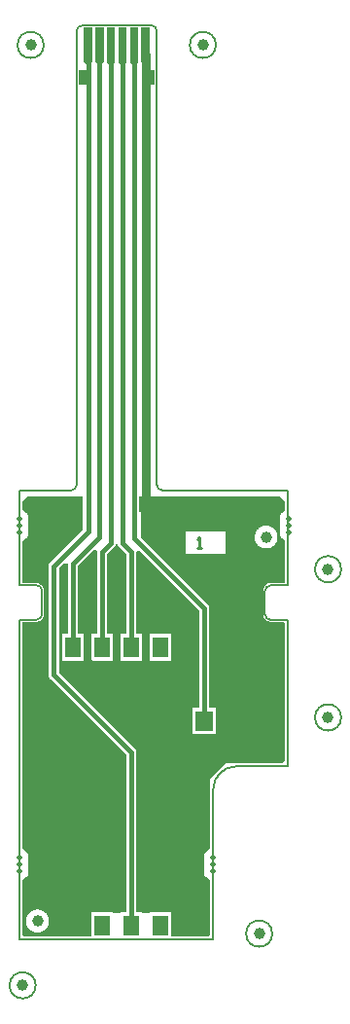
<source format=gtl>
G04 Layer_Physical_Order=1*
G04 Layer_Color=255*
%FSLAX44Y44*%
%MOMM*%
G71*
G01*
G75*
%ADD10C,0.2000*%
%ADD11R,1.5999X1.8001*%
%ADD12R,1.4001X1.8001*%
%ADD13C,1.0000*%
%ADD14R,0.7000X3.0000*%
%ADD15C,0.4000*%
%ADD16C,0.1999*%
%ADD17C,0.8000*%
%ADD18C,0.2500*%
%ADD19C,0.5000*%
%ADD20C,0.6500*%
G36*
X-21502Y763000D02*
X-23501Y761001D01*
Y738001D01*
X-26501D01*
Y743000D01*
X-33001D01*
Y756002D01*
X-26501D01*
Y761001D01*
X-28500Y763000D01*
Y793002D01*
X-21502D01*
Y763000D01*
D02*
G37*
G36*
X-11502D02*
X-13501Y761001D01*
Y738001D01*
X-16501D01*
Y761001D01*
X-18500Y763000D01*
Y793002D01*
X-11502D01*
Y763000D01*
D02*
G37*
G36*
X-29588Y356401D02*
X-58244Y327745D01*
X-59239Y326256D01*
X-59588Y324500D01*
Y230500D01*
X-59239Y228744D01*
X-58244Y227256D01*
X8012Y161000D01*
Y23500D01*
X3200D01*
Y23000D01*
X-3200D01*
Y23500D01*
X-22200D01*
Y3000D01*
X-80500D01*
X-82000Y4500D01*
Y51445D01*
X-78694Y53925D01*
X-78510Y54129D01*
X-78282Y54282D01*
X-78014Y54683D01*
X-77692Y55042D01*
X-77601Y55301D01*
X-77449Y55529D01*
X-77355Y56002D01*
X-77195Y56456D01*
X-77210Y56731D01*
X-77156Y57000D01*
Y73000D01*
X-77210Y73269D01*
X-77195Y73544D01*
X-77355Y73998D01*
X-77449Y74471D01*
X-77601Y74699D01*
X-77692Y74958D01*
X-78014Y75317D01*
X-78282Y75718D01*
X-78510Y75871D01*
X-78694Y76075D01*
X-82000Y78555D01*
X-82000Y276373D01*
X-69005D01*
X-68706Y276496D01*
X-68383D01*
X-66544Y277258D01*
X-66316Y277486D01*
X-66017Y277610D01*
X-64610Y279018D01*
X-64486Y279316D01*
X-64258Y279544D01*
X-63496Y281383D01*
Y281706D01*
X-63373Y282005D01*
Y303995D01*
X-63496Y304294D01*
Y304617D01*
X-64258Y306456D01*
X-64486Y306684D01*
X-64610Y306982D01*
X-66017Y308390D01*
X-66316Y308514D01*
X-66544Y308742D01*
X-68383Y309504D01*
X-68706D01*
X-68749Y309521D01*
X-68864Y309583D01*
X-68909Y309588D01*
X-69005Y309627D01*
X-69313D01*
X-69840Y309679D01*
X-69924Y309654D01*
X-70006Y309687D01*
X-81100Y309640D01*
X-82000Y310536D01*
X-82000Y346445D01*
X-78694Y348925D01*
X-78510Y349129D01*
X-78282Y349282D01*
X-78014Y349683D01*
X-77692Y350042D01*
X-77601Y350301D01*
X-77449Y350529D01*
X-77355Y351002D01*
X-77195Y351456D01*
X-77210Y351731D01*
X-77156Y352000D01*
Y368000D01*
X-77210Y368269D01*
X-77195Y368544D01*
X-77355Y368998D01*
X-77449Y369471D01*
X-77601Y369699D01*
X-77692Y369958D01*
X-78014Y370317D01*
X-78282Y370718D01*
X-78510Y370871D01*
X-78694Y371075D01*
X-82000Y373555D01*
Y381000D01*
X-78000Y385000D01*
X-29588D01*
Y356401D01*
D02*
G37*
G36*
X146000Y381000D02*
Y372805D01*
X143694Y371075D01*
X143510Y370871D01*
X143282Y370718D01*
X143014Y370317D01*
X142692Y369958D01*
X142601Y369699D01*
X142449Y369471D01*
X142355Y368998D01*
X142195Y368544D01*
X142210Y368269D01*
X142156Y368000D01*
Y352000D01*
X142210Y351731D01*
X142195Y351456D01*
X142355Y351002D01*
X142449Y350529D01*
X142601Y350301D01*
X142692Y350042D01*
X143014Y349683D01*
X143282Y349282D01*
X143510Y349129D01*
X143694Y348925D01*
X146000Y347195D01*
Y309627D01*
X133003D01*
X132704Y309504D01*
X132380Y309503D01*
X130538Y308738D01*
X130309Y308510D01*
X130010Y308385D01*
X128602Y306972D01*
X128479Y306673D01*
X128251Y306444D01*
X127492Y304599D01*
X127492Y304276D01*
X127369Y303976D01*
X127373Y302979D01*
Y283021D01*
X127371Y282526D01*
X127420Y282407D01*
X127427Y282335D01*
X127402Y282208D01*
X127478Y281820D01*
X127479Y281802D01*
X127482Y281796D01*
X127592Y281237D01*
X127685Y281098D01*
X127684Y280931D01*
X128062Y280016D01*
X128180Y279898D01*
X128212Y279734D01*
X128339Y279543D01*
X128342Y279537D01*
X128346Y279533D01*
X128692Y279014D01*
X128694Y279011D01*
X128696Y279008D01*
X128761Y278911D01*
X128859Y278845D01*
X128910Y278795D01*
X128964Y278664D01*
X129314Y278314D01*
X129314Y278314D01*
X129664Y277964D01*
X129795Y277910D01*
X129845Y277859D01*
X129911Y277761D01*
X130008Y277696D01*
X130073Y277631D01*
X130159Y277595D01*
X130533Y277346D01*
X130600Y277279D01*
X130688Y277243D01*
X130734Y277212D01*
X130788Y277201D01*
X130939Y277139D01*
X131016Y277062D01*
X131931Y276684D01*
X132035Y276684D01*
X132202Y276616D01*
X132237Y276592D01*
X132277Y276584D01*
X132402Y276532D01*
X132541D01*
X132710Y276499D01*
X132865Y276417D01*
X133840Y276321D01*
X133924Y276346D01*
X134006Y276313D01*
X145100Y276360D01*
X146000Y275464D01*
X146000Y155500D01*
X144000Y153500D01*
X94500Y153500D01*
X81000Y140000D01*
Y78555D01*
X77694Y76075D01*
X77510Y75871D01*
X77282Y75718D01*
X77014Y75317D01*
X76693Y74958D01*
X76601Y74699D01*
X76449Y74471D01*
X76355Y73998D01*
X76195Y73544D01*
X76210Y73269D01*
X76156Y73000D01*
Y57000D01*
X76210Y56731D01*
X76195Y56456D01*
X76355Y56002D01*
X76449Y55529D01*
X76601Y55301D01*
X76693Y55042D01*
X77014Y54683D01*
X77282Y54282D01*
X77510Y54129D01*
X77694Y53925D01*
X81000Y51445D01*
Y4500D01*
X79500Y3000D01*
X47600D01*
Y23500D01*
X28600D01*
Y23000D01*
X22200D01*
Y23500D01*
X17188D01*
Y162900D01*
X16839Y164656D01*
X15844Y166145D01*
X-50412Y232400D01*
Y322600D01*
X-46511Y326500D01*
X-42788D01*
Y265501D01*
X-47600D01*
Y242500D01*
X-28600D01*
Y265501D01*
X-33612D01*
Y324898D01*
X-20010Y338500D01*
X-18131D01*
X-17325Y337518D01*
X-17388Y337200D01*
Y265501D01*
X-22200D01*
Y242500D01*
X-3200D01*
Y265501D01*
X-8212D01*
Y335300D01*
X-1755Y341756D01*
X-761Y343245D01*
X-710Y343500D01*
X711D01*
X761Y343245D01*
X1756Y341756D01*
X8012Y335500D01*
Y265501D01*
X3200D01*
Y242500D01*
X22200D01*
Y265501D01*
X17188D01*
Y337401D01*
X17680Y338000D01*
X19512D01*
X71512Y285998D01*
Y201300D01*
X65700D01*
Y178299D01*
X86700D01*
Y201300D01*
X80688D01*
Y287899D01*
X80339Y289655D01*
X79344Y291143D01*
X21000Y349490D01*
Y371500D01*
X19588D01*
Y385000D01*
X142000D01*
X146000Y381000D01*
D02*
G37*
G36*
X18498Y763000D02*
X16499Y761001D01*
Y738001D01*
X13499D01*
Y761001D01*
X11500Y763000D01*
Y793002D01*
X18498D01*
Y763000D01*
D02*
G37*
G36*
X28498D02*
X26499Y761001D01*
Y756002D01*
X32999D01*
Y743000D01*
X26499D01*
Y738001D01*
X23499D01*
Y761001D01*
X21500Y763000D01*
Y793002D01*
X28498D01*
Y763000D01*
D02*
G37*
G36*
X-1502D02*
X-3501Y761001D01*
Y738001D01*
X-6501D01*
Y761001D01*
X-8500Y763000D01*
Y793002D01*
X-1502D01*
Y763000D01*
D02*
G37*
G36*
X8498D02*
X6499Y761001D01*
Y738001D01*
X3499D01*
Y761001D01*
X1500Y763000D01*
Y793002D01*
X8498D01*
Y763000D01*
D02*
G37*
%LPC*%
G36*
X-69022Y26000D02*
X-69931Y25953D01*
X-70821Y25837D01*
X-71318Y25724D01*
X-71889Y25570D01*
X-72314Y25429D01*
X-72908Y25206D01*
X-73483Y24934D01*
X-74020Y24657D01*
X-74604Y24280D01*
X-75108Y23926D01*
X-75703Y23422D01*
X-76313Y22812D01*
X-76758Y22308D01*
X-77166Y21777D01*
X-77447Y21375D01*
X-77639Y21038D01*
X-77858Y20652D01*
X-78025Y20318D01*
X-78200Y19914D01*
X-78399Y19407D01*
X-78678Y18563D01*
X-78786Y18068D01*
X-78875Y17572D01*
X-78947Y17055D01*
X-78999Y16339D01*
X-78976Y15390D01*
X-78906Y14618D01*
X-78828Y14149D01*
X-78703Y13537D01*
X-78570Y13106D01*
X-78406Y12573D01*
X-78236Y12161D01*
X-77837Y11296D01*
X-77612Y10901D01*
X-77352Y10490D01*
X-77048Y10051D01*
X-76720Y9641D01*
X-76313Y9180D01*
X-75909Y8775D01*
X-75299Y8220D01*
X-74752Y7818D01*
X-74369Y7556D01*
X-73965Y7317D01*
X-73321Y6978D01*
X-72840Y6765D01*
X-72248Y6539D01*
X-71648Y6357D01*
X-71153Y6234D01*
X-70003Y6054D01*
X-69656Y6015D01*
X-69092Y5992D01*
X-67945Y6054D01*
X-67320Y6133D01*
X-67051Y6192D01*
X-66394Y6337D01*
X-65993Y6447D01*
X-65320Y6706D01*
X-65020Y6822D01*
X-64592Y7019D01*
X-64034Y7317D01*
X-63628Y7556D01*
X-63197Y7856D01*
X-62924Y8046D01*
X-62376Y8516D01*
X-61987Y8873D01*
X-61571Y9290D01*
X-61076Y9894D01*
X-60830Y10223D01*
X-60526Y10689D01*
X-60268Y11121D01*
X-60033Y11578D01*
X-59698Y12317D01*
X-59549Y12734D01*
X-59319Y13472D01*
X-59237Y13832D01*
X-59167Y14247D01*
X-59095Y14637D01*
X-59017Y15307D01*
X-59003Y16086D01*
X-59072Y17256D01*
X-59150Y17745D01*
X-59237Y18206D01*
X-59521Y19195D01*
X-59672Y19618D01*
X-59909Y20170D01*
X-60152Y20652D01*
X-60404Y21116D01*
X-60598Y21407D01*
X-60830Y21777D01*
X-61430Y22540D01*
X-61987Y23126D01*
X-62674Y23752D01*
X-63010Y24010D01*
X-63423Y24302D01*
X-64143Y24761D01*
X-64520Y24934D01*
X-64995Y25167D01*
X-65582Y25397D01*
X-66201Y25603D01*
X-66662Y25724D01*
X-67533Y25902D01*
X-68301Y25976D01*
X-69022Y26000D01*
D02*
G37*
G36*
X129978Y360000D02*
X129069Y359953D01*
X128179Y359837D01*
X127682Y359724D01*
X127111Y359570D01*
X126686Y359428D01*
X126092Y359207D01*
X125517Y358934D01*
X124980Y358657D01*
X124396Y358280D01*
X123892Y357926D01*
X123297Y357422D01*
X122687Y356812D01*
X122242Y356308D01*
X121834Y355777D01*
X121553Y355375D01*
X121361Y355038D01*
X121142Y354652D01*
X120975Y354318D01*
X120800Y353914D01*
X120601Y353407D01*
X120322Y352562D01*
X120214Y352068D01*
X120126Y351572D01*
X120053Y351055D01*
X120001Y350339D01*
X120024Y349390D01*
X120094Y348618D01*
X120172Y348149D01*
X120297Y347537D01*
X120430Y347106D01*
X120594Y346573D01*
X120764Y346161D01*
X121163Y345296D01*
X121388Y344901D01*
X121648Y344491D01*
X121952Y344051D01*
X122280Y343641D01*
X122687Y343180D01*
X123091Y342775D01*
X123701Y342220D01*
X124248Y341818D01*
X124631Y341556D01*
X125035Y341317D01*
X125678Y340978D01*
X126160Y340765D01*
X126752Y340539D01*
X127352Y340357D01*
X127847Y340234D01*
X128997Y340054D01*
X129344Y340014D01*
X129908Y339992D01*
X131055Y340054D01*
X131680Y340133D01*
X131949Y340192D01*
X132606Y340337D01*
X133007Y340447D01*
X133680Y340706D01*
X133980Y340822D01*
X134408Y341019D01*
X134966Y341317D01*
X135372Y341556D01*
X135803Y341856D01*
X136076Y342046D01*
X136624Y342516D01*
X137013Y342873D01*
X137429Y343290D01*
X137924Y343894D01*
X138170Y344223D01*
X138474Y344689D01*
X138732Y345121D01*
X138967Y345578D01*
X139302Y346317D01*
X139451Y346734D01*
X139681Y347472D01*
X139763Y347832D01*
X139833Y348247D01*
X139905Y348637D01*
X139983Y349307D01*
X139997Y350086D01*
X139928Y351256D01*
X139850Y351745D01*
X139763Y352206D01*
X139479Y353195D01*
X139328Y353618D01*
X139091Y354170D01*
X138848Y354652D01*
X138596Y355116D01*
X138402Y355407D01*
X138170Y355777D01*
X137570Y356540D01*
X137013Y357126D01*
X136326Y357752D01*
X135990Y358010D01*
X135577Y358302D01*
X134857Y358761D01*
X134480Y358934D01*
X134005Y359167D01*
X133418Y359397D01*
X132799Y359603D01*
X132338Y359724D01*
X131467Y359902D01*
X130699Y359976D01*
X129978Y360000D01*
D02*
G37*
G36*
X95000Y355000D02*
X60000D01*
Y335000D01*
X95000D01*
Y355000D01*
D02*
G37*
G36*
X47600Y265501D02*
X28600D01*
Y242500D01*
X47600D01*
Y265501D01*
D02*
G37*
%LPD*%
D10*
X86402Y778000D02*
G03*
X86402Y778000I-11402J0D01*
G01*
X-63598D02*
G03*
X-63598Y778000I-11402J0D01*
G01*
X195402Y322000D02*
G03*
X195402Y322000I-11402J0D01*
G01*
X135402Y5000D02*
G03*
X135402Y5000I-11402J0D01*
G01*
X195402Y193000D02*
G03*
X195402Y193000I-11402J0D01*
G01*
X-70598Y-40000D02*
G03*
X-70598Y-40000I-11402J0D01*
G01*
X-64999Y303064D02*
G03*
X-69999Y308064I-5000J0D01*
G01*
Y278064D02*
G03*
X-64999Y283064I0J5000D01*
G01*
X133999Y307936D02*
G03*
X128999Y302936I0J-5000D01*
G01*
Y282936D02*
G03*
X133999Y277936I5000J0D01*
G01*
X35000Y395500D02*
G03*
X40000Y390500I5000J0D01*
G01*
X-30000Y795000D02*
G03*
X-35000Y790000I0J-5000D01*
G01*
X-40000Y390500D02*
G03*
X-35000Y395500I0J5000D01*
G01*
X104000Y150500D02*
G03*
X84000Y130500I0J-20000D01*
G01*
X35000Y790000D02*
G03*
X30000Y795000I-5000J0D01*
G01*
X-85000Y308000D02*
Y390500D01*
X-84999Y278064D02*
X-69999D01*
X-84999Y308064D02*
X-69999D01*
X-64999Y283064D02*
Y303064D01*
X128999Y282936D02*
Y302936D01*
X133999Y277936D02*
X148999D01*
X133999Y307936D02*
X148999D01*
X149000Y308000D02*
Y390500D01*
X84000Y0D02*
Y130500D01*
X84000Y-0D02*
X84000Y0D01*
X-85000Y-0D02*
X84000D01*
X-85000Y390500D02*
X-40000D01*
X-85000Y-0D02*
Y278000D01*
X104000Y150500D02*
X149000D01*
Y278000D01*
X40000Y390500D02*
X149000D01*
X35000Y395500D02*
Y790000D01*
X-30000Y795000D02*
X30000D01*
X-35000Y395500D02*
Y790000D01*
D11*
X76200Y189799D02*
D03*
X101600D02*
D03*
D12*
X-38100Y11999D02*
D03*
X-12700D02*
D03*
X12700D02*
D03*
X38100D02*
D03*
X-38100Y254000D02*
D03*
X-12700D02*
D03*
X38100D02*
D03*
X12700D02*
D03*
D13*
X130000Y350000D02*
D03*
X-69000Y16000D02*
D03*
X75000Y778000D02*
D03*
X-75000D02*
D03*
X184000Y322000D02*
D03*
X124000Y5000D02*
D03*
X184000Y193000D02*
D03*
X-82000Y-40000D02*
D03*
D14*
X-25002Y778001D02*
D03*
X-15002D02*
D03*
X-5002D02*
D03*
X5000D02*
D03*
X15000D02*
D03*
X25000D02*
D03*
D15*
X12600Y18349D02*
Y162900D01*
X-38200Y260350D02*
Y326799D01*
X12600Y260350D02*
Y337401D01*
X76100Y196149D02*
Y287899D01*
X-12800Y260350D02*
Y337200D01*
X-5000Y345001D02*
Y770000D01*
X-15000Y349999D02*
Y770000D01*
X-25000Y354500D02*
Y770000D01*
X-38200Y326799D02*
X-15000Y349999D01*
X-12800Y337200D02*
X-5000Y345001D01*
X5000D02*
X12600Y337401D01*
X-55000Y230500D02*
Y324500D01*
X-25000Y354500D01*
X-55000Y230500D02*
X12600Y162900D01*
X15000Y349001D02*
X76100Y287899D01*
X5000Y345001D02*
Y770000D01*
X15000Y349001D02*
Y770000D01*
D16*
X101500Y196149D02*
Y291000D01*
D17*
X25000Y380500D02*
X25000Y770000D01*
X25000Y364499D02*
Y380500D01*
D18*
X70000Y340000D02*
X73332D01*
X71666D01*
Y349997D01*
X70000Y348331D01*
D19*
X84000Y65000D02*
D03*
Y59000D02*
D03*
Y71000D02*
D03*
X-85000Y65000D02*
D03*
Y71000D02*
D03*
Y59000D02*
D03*
X150000Y360000D02*
D03*
Y354000D02*
D03*
Y366000D02*
D03*
X-85000Y360000D02*
D03*
Y366000D02*
D03*
Y354000D02*
D03*
D20*
X48000Y359000D02*
D03*
X109000Y354000D02*
D03*
X-61000Y348000D02*
D03*
X61000Y379500D02*
D03*
X115000Y235000D02*
D03*
Y180000D02*
D03*
X77500Y126500D02*
D03*
Y6500D02*
D03*
X-78500Y50000D02*
D03*
X-26000Y6500D02*
D03*
X77500Y88000D02*
D03*
X-78500Y100000D02*
D03*
Y150000D02*
D03*
Y200000D02*
D03*
Y250000D02*
D03*
X-77000Y315000D02*
D03*
X-1Y296499D02*
D03*
Y195499D02*
D03*
X0Y150000D02*
D03*
X-50500Y31000D02*
D03*
X142500Y212000D02*
D03*
X141500Y380000D02*
D03*
X25000Y380500D02*
D03*
X92499Y380000D02*
D03*
X142500Y260000D02*
D03*
Y314000D02*
D03*
X-78000Y380000D02*
D03*
X-78500Y7000D02*
D03*
X52000D02*
D03*
X99000Y157000D02*
D03*
X142500D02*
D03*
X-35000Y381000D02*
D03*
X-50999Y6500D02*
D03*
X77000Y50000D02*
D03*
X-46000Y322000D02*
D03*
X-21000Y332500D02*
D03*
X0Y338500D02*
D03*
X20500Y332000D02*
D03*
X21000Y34000D02*
D03*
X3500Y34500D02*
D03*
X-30000Y75000D02*
D03*
X0Y100000D02*
D03*
X-30000Y125000D02*
D03*
Y185000D02*
D03*
X-25000Y242000D02*
D03*
X0D02*
D03*
X25000D02*
D03*
X65000Y215000D02*
D03*
Y280000D02*
D03*
X85000Y300000D02*
D03*
X115000Y335000D02*
D03*
Y280000D02*
D03*
M02*

</source>
